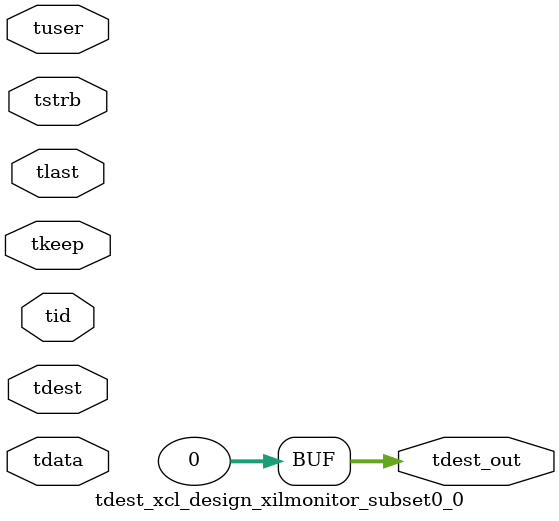
<source format=v>


`timescale 1ps/1ps

module tdest_xcl_design_xilmonitor_subset0_0 #
(
parameter C_S_AXIS_TDATA_WIDTH = 32,
parameter C_S_AXIS_TUSER_WIDTH = 0,
parameter C_S_AXIS_TID_WIDTH   = 0,
parameter C_S_AXIS_TDEST_WIDTH = 0,
parameter C_M_AXIS_TDEST_WIDTH = 32
)
(
input  [(C_S_AXIS_TDATA_WIDTH == 0 ? 1 : C_S_AXIS_TDATA_WIDTH)-1:0     ] tdata,
input  [(C_S_AXIS_TUSER_WIDTH == 0 ? 1 : C_S_AXIS_TUSER_WIDTH)-1:0     ] tuser,
input  [(C_S_AXIS_TID_WIDTH   == 0 ? 1 : C_S_AXIS_TID_WIDTH)-1:0       ] tid,
input  [(C_S_AXIS_TDEST_WIDTH == 0 ? 1 : C_S_AXIS_TDEST_WIDTH)-1:0     ] tdest,
input  [(C_S_AXIS_TDATA_WIDTH/8)-1:0 ] tkeep,
input  [(C_S_AXIS_TDATA_WIDTH/8)-1:0 ] tstrb,
input                                                                    tlast,
output [C_M_AXIS_TDEST_WIDTH-1:0] tdest_out
);

assign tdest_out = {1'b0};

endmodule


</source>
